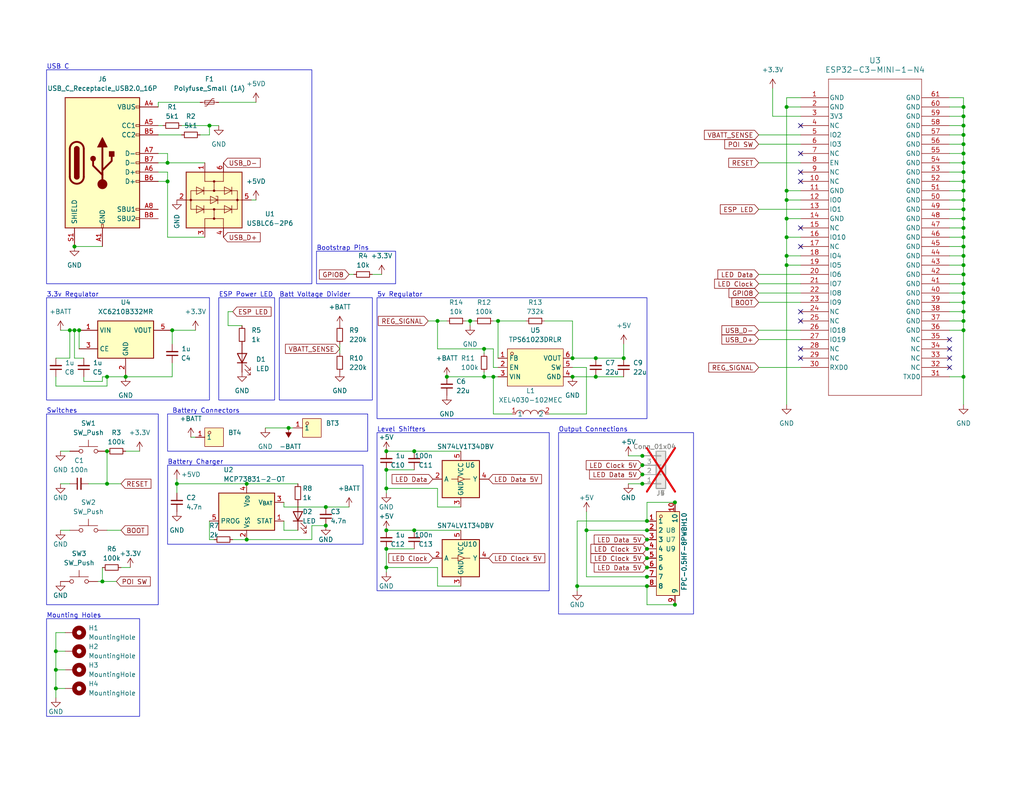
<source format=kicad_sch>
(kicad_sch (version 20230121) (generator eeschema)
  (paper "USLetter")
  (title_block (title "Open Pixel Poi") (company "NuRxG Industries"))
  (junction (at 262.89 49.53))
  (junction (at 214.63 29.21))
  (junction (at 262.89 67.31))
  (junction (at 262.89 72.39))
  (junction (at 262.89 36.83))
  (junction (at 170.18 97.79))
  (junction (at 21.59 90.17))
  (junction (at 176.53 147.32))
  (junction (at 214.63 59.69))
  (junction (at 262.89 34.29))
  (junction (at 156.21 97.79))
  (junction (at 262.89 102.87))
  (junction (at 113.03 144.78))
  (junction (at 262.89 64.77))
  (junction (at 132.08 95.25))
  (junction (at 45.72 49.53))
  (junction (at 29.21 132.08))
  (junction (at 176.53 160.02))
  (junction (at 176.53 149.86))
  (junction (at 46.99 90.17))
  (junction (at 214.63 52.07))
  (junction (at 262.89 62.23))
  (junction (at 262.89 80.01))
  (junction (at 27.94 158.75))
  (junction (at 105.41 128.27))
  (junction (at 156.21 102.87))
  (junction (at 57.15 34.29))
  (junction (at 78.74 116.84))
  (junction (at 20.32 67.31))
  (junction (at 19.05 90.17))
  (junction (at 134.62 102.87))
  (junction (at 262.89 46.99))
  (junction (at 29.21 123.19))
  (junction (at 132.08 102.87))
  (junction (at 262.89 74.93))
  (junction (at 262.89 44.45))
  (junction (at 175.26 124.46))
  (junction (at 262.89 87.63))
  (junction (at 262.89 77.47))
  (junction (at 105.41 154.94))
  (junction (at 184.15 137.16))
  (junction (at 119.38 87.63))
  (junction (at 128.27 87.63))
  (junction (at 67.31 147.32))
  (junction (at 20.32 90.17))
  (junction (at 214.63 72.39))
  (junction (at 113.03 123.19))
  (junction (at 176.53 142.24))
  (junction (at 105.41 144.78))
  (junction (at 262.89 41.91))
  (junction (at 214.63 69.85))
  (junction (at 157.48 160.02))
  (junction (at 67.31 132.08))
  (junction (at 262.89 39.37))
  (junction (at 262.89 57.15))
  (junction (at 121.92 102.87))
  (junction (at 105.41 123.19))
  (junction (at 175.26 129.54))
  (junction (at 29.21 102.87))
  (junction (at 176.53 157.48))
  (junction (at 48.26 132.08))
  (junction (at 262.89 52.07))
  (junction (at 176.53 154.94))
  (junction (at 262.89 29.21))
  (junction (at 262.89 54.61))
  (junction (at 175.26 127))
  (junction (at 105.41 149.86))
  (junction (at 105.41 133.35))
  (junction (at 160.02 144.78))
  (junction (at 162.56 97.79))
  (junction (at 15.24 187.96))
  (junction (at 214.63 64.77))
  (junction (at 15.24 177.8))
  (junction (at 45.72 44.45))
  (junction (at 262.89 82.55))
  (junction (at 176.53 152.4))
  (junction (at 135.89 87.63))
  (junction (at 162.56 102.87))
  (junction (at 88.9 143.51))
  (junction (at 88.9 138.43))
  (junction (at 262.89 90.17))
  (junction (at 34.29 102.87))
  (junction (at 262.89 31.75))
  (junction (at 262.89 85.09))
  (junction (at 175.26 132.08))
  (junction (at 262.89 69.85))
  (junction (at 176.53 144.78))
  (junction (at 184.15 165.1))
  (junction (at 214.63 54.61))
  (junction (at 15.24 182.88))
  (junction (at 262.89 59.69))
  (no_connect (at 259.08 97.79))
  (no_connect (at 218.44 87.63))
  (no_connect (at 218.44 67.31))
  (no_connect (at 218.44 95.25))
  (no_connect (at 218.44 62.23))
  (no_connect (at 218.44 34.29))
  (no_connect (at 218.44 85.09))
  (no_connect (at 218.44 41.91))
  (no_connect (at 259.08 95.25))
  (no_connect (at 259.08 92.71))
  (no_connect (at 259.08 100.33))
  (no_connect (at 218.44 49.53))
  (no_connect (at 218.44 46.99))
  (no_connect (at 218.44 97.79))
  (wire (pts (xy 262.89 34.29) (xy 262.89 31.75)))
  (wire (pts (xy 17.78 182.88) (xy 15.24 182.88)))
  (wire (pts (xy 15.24 187.96) (xy 17.78 187.96)))
  (wire (pts (xy 58.42 147.32) (xy 57.15 147.32)))
  (wire (pts (xy 15.24 177.8) (xy 15.24 182.88)))
  (wire (pts (xy 132.08 102.87) (xy 134.62 102.87)))
  (wire (pts (xy 16.51 123.19) (xy 19.05 123.19)))
  (wire (pts (xy 259.08 82.55) (xy 262.89 82.55)))
  (wire (pts (xy 259.08 62.23) (xy 262.89 62.23)))
  (wire (pts (xy 262.89 29.21) (xy 262.89 26.67)))
  (wire (pts (xy 207.01 44.45) (xy 218.44 44.45)))
  (wire (pts (xy 184.15 165.1) (xy 176.53 165.1)))
  (wire (pts (xy 162.56 102.87) (xy 170.18 102.87)))
  (wire (pts (xy 27.94 67.31) (xy 20.32 67.31)))
  (wire (pts (xy 134.62 87.63) (xy 135.89 87.63)))
  (wire (pts (xy 259.08 57.15) (xy 262.89 57.15)))
  (wire (pts (xy 171.45 124.46) (xy 175.26 124.46)))
  (wire (pts (xy 259.08 87.63) (xy 262.89 87.63)))
  (wire (pts (xy 218.44 52.07) (xy 214.63 52.07)))
  (wire (pts (xy 259.08 46.99) (xy 262.89 46.99)))
  (wire (pts (xy 262.89 54.61) (xy 262.89 52.07)))
  (wire (pts (xy 134.62 102.87) (xy 134.62 113.03)))
  (wire (pts (xy 43.18 41.91) (xy 45.72 41.91)))
  (wire (pts (xy 262.89 44.45) (xy 262.89 41.91)))
  (wire (pts (xy 259.08 72.39) (xy 262.89 72.39)))
  (wire (pts (xy 59.69 34.29) (xy 57.15 34.29)))
  (wire (pts (xy 121.92 102.87) (xy 132.08 102.87)))
  (wire (pts (xy 207.01 77.47) (xy 218.44 77.47)))
  (wire (pts (xy 128.27 87.63) (xy 128.27 88.9)))
  (wire (pts (xy 96.52 74.93) (xy 95.25 74.93)))
  (wire (pts (xy 259.08 41.91) (xy 262.89 41.91)))
  (wire (pts (xy 259.08 52.07) (xy 262.89 52.07)))
  (wire (pts (xy 214.63 29.21) (xy 218.44 29.21)))
  (wire (pts (xy 45.72 44.45) (xy 45.72 41.91)))
  (wire (pts (xy 119.38 87.63) (xy 119.38 95.25)))
  (wire (pts (xy 88.9 138.43) (xy 95.25 138.43)))
  (wire (pts (xy 207.01 100.33) (xy 218.44 100.33)))
  (wire (pts (xy 262.89 62.23) (xy 262.89 59.69)))
  (wire (pts (xy 16.51 90.17) (xy 19.05 90.17)))
  (wire (pts (xy 72.39 116.84) (xy 78.74 116.84)))
  (wire (pts (xy 259.08 49.53) (xy 262.89 49.53)))
  (wire (pts (xy 148.59 87.63) (xy 156.21 87.63)))
  (wire (pts (xy 48.26 134.62) (xy 48.26 132.08)))
  (wire (pts (xy 214.63 69.85) (xy 214.63 64.77)))
  (wire (pts (xy 69.85 27.94) (xy 59.69 27.94)))
  (wire (pts (xy 132.08 102.87) (xy 132.08 101.6)))
  (wire (pts (xy 259.08 77.47) (xy 262.89 77.47)))
  (wire (pts (xy 262.89 74.93) (xy 262.89 72.39)))
  (wire (pts (xy 259.08 59.69) (xy 262.89 59.69)))
  (wire (pts (xy 214.63 54.61) (xy 214.63 52.07)))
  (wire (pts (xy 16.51 144.78) (xy 19.05 144.78)))
  (wire (pts (xy 77.47 138.43) (xy 88.9 138.43)))
  (wire (pts (xy 15.24 172.72) (xy 15.24 177.8)))
  (wire (pts (xy 207.01 57.15) (xy 218.44 57.15)))
  (wire (pts (xy 46.99 93.98) (xy 46.99 90.17)))
  (wire (pts (xy 77.47 138.43) (xy 77.47 137.16)))
  (wire (pts (xy 105.41 128.27) (xy 105.41 133.35)))
  (wire (pts (xy 149.86 113.03) (xy 160.02 113.03)))
  (wire (pts (xy 132.08 95.25) (xy 132.08 96.52)))
  (wire (pts (xy 57.15 36.83) (xy 54.61 36.83)))
  (wire (pts (xy 105.41 128.27) (xy 113.03 128.27)))
  (wire (pts (xy 259.08 90.17) (xy 262.89 90.17)))
  (wire (pts (xy 15.24 105.41) (xy 29.21 105.41)))
  (wire (pts (xy 259.08 31.75) (xy 262.89 31.75)))
  (wire (pts (xy 262.89 52.07) (xy 262.89 49.53)))
  (wire (pts (xy 24.13 132.08) (xy 29.21 132.08)))
  (wire (pts (xy 29.21 132.08) (xy 33.02 132.08)))
  (wire (pts (xy 160.02 144.78) (xy 176.53 144.78)))
  (wire (pts (xy 262.89 80.01) (xy 262.89 77.47)))
  (wire (pts (xy 43.18 29.21) (xy 43.18 27.94)))
  (wire (pts (xy 214.63 54.61) (xy 218.44 54.61)))
  (wire (pts (xy 262.89 77.47) (xy 262.89 74.93)))
  (wire (pts (xy 262.89 39.37) (xy 262.89 36.83)))
  (wire (pts (xy 105.41 154.94) (xy 119.38 154.94)))
  (wire (pts (xy 17.78 177.8) (xy 15.24 177.8)))
  (wire (pts (xy 259.08 67.31) (xy 262.89 67.31)))
  (wire (pts (xy 259.08 102.87) (xy 262.89 102.87)))
  (wire (pts (xy 105.41 149.86) (xy 105.41 154.94)))
  (wire (pts (xy 207.01 36.83) (xy 218.44 36.83)))
  (wire (pts (xy 262.89 26.67) (xy 259.08 26.67)))
  (wire (pts (xy 262.89 90.17) (xy 262.89 102.87)))
  (wire (pts (xy 160.02 113.03) (xy 160.02 100.33)))
  (wire (pts (xy 176.53 165.1) (xy 176.53 160.02)))
  (wire (pts (xy 259.08 85.09) (xy 262.89 85.09)))
  (wire (pts (xy 262.89 87.63) (xy 262.89 85.09)))
  (wire (pts (xy 53.34 90.17) (xy 46.99 90.17)))
  (wire (pts (xy 52.07 119.38) (xy 53.34 119.38)))
  (wire (pts (xy 262.89 85.09) (xy 262.89 82.55)))
  (wire (pts (xy 160.02 157.48) (xy 176.53 157.48)))
  (wire (pts (xy 176.53 160.02) (xy 157.48 160.02)))
  (wire (pts (xy 259.08 69.85) (xy 262.89 69.85)))
  (wire (pts (xy 57.15 34.29) (xy 57.15 36.83)))
  (wire (pts (xy 207.01 74.93) (xy 218.44 74.93)))
  (wire (pts (xy 81.28 144.78) (xy 77.47 144.78)))
  (wire (pts (xy 43.18 27.94) (xy 54.61 27.94)))
  (wire (pts (xy 128.27 87.63) (xy 129.54 87.63)))
  (wire (pts (xy 134.62 95.25) (xy 134.62 100.33)))
  (wire (pts (xy 162.56 97.79) (xy 170.18 97.79)))
  (wire (pts (xy 262.89 41.91) (xy 262.89 39.37)))
  (wire (pts (xy 262.89 46.99) (xy 262.89 44.45)))
  (wire (pts (xy 19.05 90.17) (xy 19.05 97.79)))
  (wire (pts (xy 105.41 149.86) (xy 113.03 149.86)))
  (wire (pts (xy 21.59 90.17) (xy 21.59 95.25)))
  (wire (pts (xy 156.21 87.63) (xy 156.21 97.79)))
  (wire (pts (xy 57.15 142.24) (xy 57.15 147.32)))
  (wire (pts (xy 262.89 64.77) (xy 262.89 62.23)))
  (wire (pts (xy 27.94 154.94) (xy 27.94 158.75)))
  (wire (pts (xy 27.94 158.75) (xy 31.75 158.75)))
  (wire (pts (xy 48.26 130.81) (xy 48.26 132.08)))
  (wire (pts (xy 17.78 172.72) (xy 15.24 172.72)))
  (wire (pts (xy 259.08 44.45) (xy 262.89 44.45)))
  (wire (pts (xy 62.23 85.09) (xy 63.5 85.09)))
  (wire (pts (xy 22.86 104.14) (xy 27.94 104.14)))
  (wire (pts (xy 92.71 93.98) (xy 92.71 96.52)))
  (wire (pts (xy 214.63 72.39) (xy 214.63 69.85)))
  (wire (pts (xy 15.24 182.88) (xy 15.24 187.96)))
  (wire (pts (xy 66.04 88.9) (xy 62.23 88.9)))
  (wire (pts (xy 214.63 69.85) (xy 218.44 69.85)))
  (wire (pts (xy 43.18 46.99) (xy 45.72 46.99)))
  (wire (pts (xy 125.73 138.43) (xy 119.38 138.43)))
  (wire (pts (xy 105.41 144.78) (xy 113.03 144.78)))
  (wire (pts (xy 43.18 44.45) (xy 45.72 44.45)))
  (wire (pts (xy 207.01 90.17) (xy 218.44 90.17)))
  (wire (pts (xy 214.63 64.77) (xy 214.63 59.69)))
  (wire (pts (xy 259.08 54.61) (xy 262.89 54.61)))
  (wire (pts (xy 63.5 147.32) (xy 67.31 147.32)))
  (wire (pts (xy 33.02 144.78) (xy 29.21 144.78)))
  (wire (pts (xy 134.62 100.33) (xy 135.89 100.33)))
  (wire (pts (xy 135.89 87.63) (xy 143.51 87.63)))
  (wire (pts (xy 119.38 138.43) (xy 119.38 133.35)))
  (wire (pts (xy 262.89 31.75) (xy 262.89 29.21)))
  (wire (pts (xy 43.18 34.29) (xy 44.45 34.29)))
  (wire (pts (xy 16.51 132.08) (xy 19.05 132.08)))
  (wire (pts (xy 156.21 97.79) (xy 162.56 97.79)))
  (wire (pts (xy 119.38 160.02) (xy 119.38 154.94)))
  (wire (pts (xy 259.08 64.77) (xy 262.89 64.77)))
  (wire (pts (xy 105.41 133.35) (xy 119.38 133.35)))
  (wire (pts (xy 214.63 52.07) (xy 214.63 29.21)))
  (wire (pts (xy 262.89 67.31) (xy 262.89 64.77)))
  (wire (pts (xy 134.62 102.87) (xy 135.89 102.87)))
  (wire (pts (xy 119.38 95.25) (xy 132.08 95.25)))
  (wire (pts (xy 207.01 82.55) (xy 218.44 82.55)))
  (wire (pts (xy 214.63 26.67) (xy 214.63 29.21)))
  (wire (pts (xy 113.03 144.78) (xy 125.73 144.78)))
  (wire (pts (xy 69.85 54.61) (xy 68.58 54.61)))
  (wire (pts (xy 85.09 143.51) (xy 88.9 143.51)))
  (wire (pts (xy 262.89 57.15) (xy 262.89 54.61)))
  (wire (pts (xy 78.74 116.84) (xy 80.01 116.84)))
  (wire (pts (xy 101.6 74.93) (xy 104.14 74.93)))
  (wire (pts (xy 259.08 39.37) (xy 262.89 39.37)))
  (wire (pts (xy 15.24 102.87) (xy 15.24 105.41)))
  (wire (pts (xy 262.89 82.55) (xy 262.89 80.01)))
  (wire (pts (xy 33.02 154.94) (xy 35.56 154.94)))
  (wire (pts (xy 214.63 72.39) (xy 218.44 72.39)))
  (wire (pts (xy 62.23 88.9) (xy 62.23 85.09)))
  (wire (pts (xy 29.21 123.19) (xy 29.21 132.08)))
  (wire (pts (xy 162.56 102.87) (xy 156.21 102.87)))
  (wire (pts (xy 67.31 132.08) (xy 81.28 132.08)))
  (wire (pts (xy 160.02 144.78) (xy 160.02 157.48)))
  (wire (pts (xy 259.08 80.01) (xy 262.89 80.01)))
  (wire (pts (xy 157.48 160.02) (xy 157.48 161.29)))
  (wire (pts (xy 19.05 90.17) (xy 20.32 90.17)))
  (wire (pts (xy 262.89 36.83) (xy 262.89 34.29)))
  (wire (pts (xy 105.41 123.19) (xy 113.03 123.19)))
  (wire (pts (xy 160.02 139.7) (xy 160.02 144.78)))
  (wire (pts (xy 43.18 36.83) (xy 49.53 36.83)))
  (wire (pts (xy 259.08 29.21) (xy 262.89 29.21)))
  (wire (pts (xy 26.67 158.75) (xy 27.94 158.75)))
  (wire (pts (xy 29.21 105.41) (xy 29.21 102.87)))
  (wire (pts (xy 20.32 90.17) (xy 21.59 90.17)))
  (wire (pts (xy 210.82 24.13) (xy 210.82 31.75)))
  (wire (pts (xy 85.09 147.32) (xy 85.09 143.51)))
  (wire (pts (xy 207.01 39.37) (xy 218.44 39.37)))
  (wire (pts (xy 45.72 49.53) (xy 45.72 64.77)))
  (wire (pts (xy 214.63 64.77) (xy 218.44 64.77)))
  (wire (pts (xy 119.38 87.63) (xy 121.92 87.63)))
  (wire (pts (xy 46.99 102.87) (xy 34.29 102.87)))
  (wire (pts (xy 262.89 72.39) (xy 262.89 69.85)))
  (wire (pts (xy 67.31 147.32) (xy 85.09 147.32)))
  (wire (pts (xy 15.24 190.5) (xy 15.24 187.96)))
  (wire (pts (xy 49.53 34.29) (xy 57.15 34.29)))
  (wire (pts (xy 218.44 26.67) (xy 214.63 26.67)))
  (wire (pts (xy 27.94 104.14) (xy 27.94 102.87)))
  (wire (pts (xy 184.15 137.16) (xy 176.53 137.16)))
  (wire (pts (xy 45.72 49.53) (xy 45.72 46.99)))
  (wire (pts (xy 46.99 99.06) (xy 46.99 102.87)))
  (wire (pts (xy 171.45 132.08) (xy 175.26 132.08)))
  (wire (pts (xy 207.01 80.01) (xy 218.44 80.01)))
  (wire (pts (xy 214.63 54.61) (xy 214.63 59.69)))
  (wire (pts (xy 105.41 154.94) (xy 105.41 156.21)))
  (wire (pts (xy 170.18 93.98) (xy 170.18 97.79)))
  (wire (pts (xy 160.02 100.33) (xy 156.21 100.33)))
  (wire (pts (xy 43.18 49.53) (xy 45.72 49.53)))
  (wire (pts (xy 45.72 64.77) (xy 55.88 64.77)))
  (wire (pts (xy 116.84 87.63) (xy 119.38 87.63)))
  (wire (pts (xy 214.63 72.39) (xy 214.63 110.49)))
  (wire (pts (xy 262.89 69.85) (xy 262.89 67.31)))
  (wire (pts (xy 259.08 36.83) (xy 262.89 36.83)))
  (wire (pts (xy 207.01 92.71) (xy 218.44 92.71)))
  (wire (pts (xy 210.82 31.75) (xy 218.44 31.75)))
  (wire (pts (xy 127 87.63) (xy 128.27 87.63)))
  (wire (pts (xy 125.73 160.02) (xy 119.38 160.02)))
  (wire (pts (xy 48.26 132.08) (xy 67.31 132.08)))
  (wire (pts (xy 262.89 49.53) (xy 262.89 46.99)))
  (wire (pts (xy 22.86 97.79) (xy 20.32 97.79)))
  (wire (pts (xy 77.47 142.24) (xy 77.47 144.78)))
  (wire (pts (xy 218.44 59.69) (xy 214.63 59.69)))
  (wire (pts (xy 27.94 102.87) (xy 29.21 102.87)))
  (wire (pts (xy 176.53 137.16) (xy 176.53 142.24)))
  (wire (pts (xy 259.08 34.29) (xy 262.89 34.29)))
  (wire (pts (xy 135.89 87.63) (xy 135.89 97.79)))
  (wire (pts (xy 262.89 59.69) (xy 262.89 57.15)))
  (wire (pts (xy 176.53 142.24) (xy 157.48 142.24)))
  (wire (pts (xy 157.48 142.24) (xy 157.48 160.02)))
  (wire (pts (xy 38.1 123.19) (xy 34.29 123.19)))
  (wire (pts (xy 105.41 133.35) (xy 105.41 134.62)))
  (wire (pts (xy 15.24 97.79) (xy 19.05 97.79)))
  (wire (pts (xy 139.7 113.03) (xy 134.62 113.03)))
  (wire (pts (xy 132.08 95.25) (xy 134.62 95.25)))
  (wire (pts (xy 259.08 74.93) (xy 262.89 74.93)))
  (wire (pts (xy 29.21 102.87) (xy 34.29 102.87)))
  (wire (pts (xy 113.03 123.19) (xy 125.73 123.19)))
  (wire (pts (xy 20.32 97.79) (xy 20.32 90.17)))
  (wire (pts (xy 262.89 102.87) (xy 262.89 110.49)))
  (wire (pts (xy 45.72 44.45) (xy 55.88 44.45)))
  (wire (pts (xy 22.86 102.87) (xy 22.86 104.14)))
  (wire (pts (xy 262.89 90.17) (xy 262.89 87.63)))
  (rectangle (start 45.72 113.03) (end 100.33 123.19))
  (rectangle (start 102.87 118.11) (end 149.86 161.29))
  (rectangle (start 102.87 81.28) (end 176.53 114.3))
  (rectangle (start 76.2 81.28) (end 101.6 109.22))
  (rectangle (start 12.7 19.05) (end 85.09 77.47))
  (rectangle (start 12.7 168.91) (end 38.1 195.58))
  (rectangle (start 12.7 113.03) (end 43.18 165.1))
  (rectangle (start 152.4 118.11) (end 189.23 167.64))
  (rectangle (start 86.36 68.58) (end 107.95 77.47))
  (rectangle (start 45.72 127) (end 99.06 148.59))
  (rectangle (start 59.69 81.28) (end 74.93 109.22))
  (rectangle (start 12.7 81.28) (end 57.15 109.22))
  (text "Battery Connectors" (at 46.99 113.03 0) (effects (font (size 1.27 1.27)) (justify left bottom)))
  (text "Output Connections" (at 152.4 118.11 0) (effects (font (size 1.27 1.27)) (justify left bottom)))
  (text "Batt Voltage Divider" (at 76.2 81.28 0) (effects (font (size 1.27 1.27)) (justify left bottom)))
  (text "Mounting Holes" (at 12.7 168.91 0) (effects (font (size 1.27 1.27)) (justify left bottom)))
  (text "Level Shifters" (at 102.87 118.11 0) (effects (font (size 1.27 1.27)) (justify left bottom)))
  (text "USB C" (at 12.7 19.05 0) (effects (font (size 1.27 1.27)) (justify left bottom)))
  (text "5v Regulator" (at 102.87 81.28 0) (effects (font (size 1.27 1.27)) (justify left bottom)))
  (text "3.3v Regulator" (at 12.7 81.28 0) (effects (font (size 1.27 1.27)) (justify left bottom)))
  (text "ESP Power LED" (at 59.69 81.28 0) (effects (font (size 1.27 1.27)) (justify left bottom)))
  (text "Bootstrap Pins" (at 86.36 68.58 0) (effects (font (size 1.27 1.27)) (justify left bottom)))
  (text "Switches" (at 12.7 113.03 0) (effects (font (size 1.27 1.27)) (justify left bottom)))
  (text "Battery Charger" (at 45.72 127 0) (effects (font (size 1.27 1.27)) (justify left bottom)))
  (global_label "LED Clock" (shape input) (at 118.11 152.4 180) (property "Intersheetrefs" "${INTERSHEET_REFS}" (effects hide)))
  (global_label "LED Clock" (shape input) (at 207.01 77.47 180) (property "Intersheetrefs" "${INTERSHEET_REFS}" (effects hide)))
  (global_label "BOOT" (shape input) (at 33.02 144.78 0) (property "Intersheetrefs" "${INTERSHEET_REFS}" (effects hide)))
  (global_label "LED Data 5V" (shape input) (at 176.53 154.94 180) (property "Intersheetrefs" "${INTERSHEET_REFS}" (effects hide)))
  (global_label "LED Data 5V" (shape input) (at 133.35 130.81 0) (property "Intersheetrefs" "${INTERSHEET_REFS}" (effects hide)))
  (global_label "ESP LED" (shape input) (at 207.01 57.15 180) (property "Intersheetrefs" "${INTERSHEET_REFS}" (effects hide)))
  (global_label "GPIO8" (shape input) (at 207.01 80.01 180) (property "Intersheetrefs" "${INTERSHEET_REFS}" (effects hide)))
  (global_label "RESET" (shape input) (at 33.02 132.08 0) (property "Intersheetrefs" "${INTERSHEET_REFS}" (effects hide)))
  (global_label "USB_D-" (shape input) (at 60.96 44.45 0) (property "Intersheetrefs" "${INTERSHEET_REFS}" (effects hide)))
  (global_label "LED Data 5V" (shape input) (at 176.53 147.32 180) (property "Intersheetrefs" "${INTERSHEET_REFS}" (effects hide)))
  (global_label "LED Data 5V" (shape input) (at 175.26 129.54 180) (property "Intersheetrefs" "${INTERSHEET_REFS}" (effects hide)))
  (global_label "ESP LED" (shape input) (at 63.5 85.09 0) (property "Intersheetrefs" "${INTERSHEET_REFS}" (effects hide)))
  (global_label "VBATT_SENSE" (shape input) (at 207.01 36.83 180) (property "Intersheetrefs" "${INTERSHEET_REFS}" (effects hide)))
  (global_label "GPIO8" (shape input) (at 95.25 74.93 180) (property "Intersheetrefs" "${INTERSHEET_REFS}" (effects hide)))
  (global_label "USB_D+" (shape input) (at 207.01 92.71 180) (property "Intersheetrefs" "${INTERSHEET_REFS}" (effects hide)))
  (global_label "LED Clock 5V" (shape input) (at 176.53 149.86 180) (property "Intersheetrefs" "${INTERSHEET_REFS}" (effects hide)))
  (global_label "BOOT" (shape input) (at 207.01 82.55 180) (property "Intersheetrefs" "${INTERSHEET_REFS}" (effects hide)))
  (global_label "RESET" (shape input) (at 207.01 44.45 180) (property "Intersheetrefs" "${INTERSHEET_REFS}" (effects hide)))
  (global_label "REG_SIGNAL" (shape input) (at 116.84 87.63 180) (property "Intersheetrefs" "${INTERSHEET_REFS}" (effects hide)))
  (global_label "LED Data" (shape input) (at 207.01 74.93 180) (property "Intersheetrefs" "${INTERSHEET_REFS}" (effects hide)))
  (global_label "REG_SIGNAL" (shape input) (at 207.01 100.33 180) (property "Intersheetrefs" "${INTERSHEET_REFS}" (effects hide)))
  (global_label "LED Clock 5V" (shape input) (at 175.26 127 180) (property "Intersheetrefs" "${INTERSHEET_REFS}" (effects hide)))
  (global_label "LED Data" (shape input) (at 118.11 130.81 180) (property "Intersheetrefs" "${INTERSHEET_REFS}" (effects hide)))
  (global_label "POI SW" (shape input) (at 31.75 158.75 0) (property "Intersheetrefs" "${INTERSHEET_REFS}" (effects hide)))
  (global_label "LED Clock 5V" (shape input) (at 176.53 152.4 180) (property "Intersheetrefs" "${INTERSHEET_REFS}" (effects hide)))
  (global_label "VBATT_SENSE" (shape input) (at 92.71 95.25 180) (property "Intersheetrefs" "${INTERSHEET_REFS}" (effects hide)))
  (global_label "POI SW" (shape input) (at 207.01 39.37 180) (property "Intersheetrefs" "${INTERSHEET_REFS}" (effects hide)))
  (global_label "USB_D+" (shape input) (at 60.96 64.77 0) (property "Intersheetrefs" "${INTERSHEET_REFS}" (effects hide)))
  (global_label "LED Clock 5V" (shape input) (at 133.35 152.4 0) (property "Intersheetrefs" "${INTERSHEET_REFS}" (effects hide)))
  (global_label "USB_D-" (shape input) (at 207.01 90.17 180) (property "Intersheetrefs" "${INTERSHEET_REFS}" (effects hide)))
  (symbol (lib_id "power:GND") (at 128.27 88.9 0) (unit 1)
    (property "Reference" "#PWR033" (effects hide))
    (property "Value" "GND" (at 128.27 93.98 0))
  )
  (symbol (lib_id "power:GND") (at 121.92 107.95 0) (unit 1)
    (property "Reference" "#PWR019" (effects hide))
    (property "Value" "GND" (at 121.92 113.03 0))
  )
  (symbol (lib_id "2024-07-29_21-44-56:ESP32-C3-MINI-1-N4") (at 218.44 26.67 0) (unit 1)
    (property "Reference" "U3" (at 238.76 16.51 0) (effects (font (size 1.524 1.524))))
    (property "Value" "ESP32-C3-MINI-1-N4" (at 238.76 19.05 0) (effects (font (size 1.524 1.524))))
    (property "Footprint" "footprints:ESP32-C3-MINI-1_EXP" (effects hide))
    (property "Datasheet" "ESP32-C3-MINI-1-N4" (effects hide))
    (property "LCSC" "C2934569" (effects hide))
  )
  (symbol (lib_id "Device:LED") (at 81.28 140.97 90) (unit 1)
    (property "Reference" "D2" (at 82.55 139.7 90) (effects (justify right)))
    (property "Value" "LED" (at 82.55 142.24 90) (effects (justify right)))
    (property "Footprint" "LED_SMD:LED_0603_1608Metric" (effects hide))
    (property "LCSC" "C965807" (effects hide))
  )
  (symbol (lib_id "power:GND") (at 48.26 139.7 0) (unit 1)
    (property "Reference" "#PWR025" (effects hide))
    (property "Value" "GND" (at 48.26 144.78 0))
  )
  (symbol (lib_id "Device:LED") (at 66.04 97.79 90) (unit 1)
    (property "Reference" "D1" (at 69.85 98.1075 90) (effects (justify right)))
    (property "Value" "LED" (at 69.85 100.6475 90) (effects (justify right)))
    (property "Footprint" "LED_SMD:LED_0603_1608Metric" (effects hide))
    (property "LCSC" "C965807" (effects hide))
  )
  (symbol (lib_id "Mechanical:MountingHole_Pad") (at 20.32 177.8 270) (unit 1) (in_bom no)
    (property "Reference" "H2" (at 24.13 176.53 90) (effects (justify left)))
    (property "Value" "MountingHole" (at 24.13 179.07 90) (effects (justify left)))
    (property "Footprint" "MountingHole:MountingHole_3.2mm_M3_Pad" (effects hide))
  )
  (symbol (lib_id "Connector_Generic:Conn_01x04") (at 180.34 129.54 0) (mirror x) (unit 1) (in_bom no) (dnp yes)
    (property "Reference" "J7" (at 179.07 134.62 0) (effects (justify left)))
    (property "Value" "Conn_01x04" (at 172.72 121.92 0) (effects (justify left)))
    (property "Footprint" "Connector_PinHeader_2.00mm:PinHeader_1x04_P2.00mm_Vertical" (effects hide))
  )
  (symbol (lib_id "Device:R_Small") (at 92.71 99.06 180) (unit 1)
    (property "Reference" "R10" (at 95.25 97.79 0) (effects (justify right)))
    (property "Value" "220k" (at 95.25 100.33 0) (effects (justify right)))
    (property "Footprint" "Resistor_SMD:R_0603_1608Metric" (effects hide))
    (property "LCSC" "C22961" (effects hide))
  )
  (symbol (lib_id "Device:C_Small") (at 105.41 125.73 180) (unit 1)
    (property "Reference" "C10" (at 110.49 127 0) (effects (justify left)))
    (property "Value" "1u" (at 110.49 124.46 0) (effects (justify left)))
    (property "Footprint" "Capacitor_SMD:C_0805_2012Metric" (effects hide))
    (property "LCSC" "C28323" (effects hide))
  )
  (symbol (lib_id "Device:C_Small") (at 113.03 125.73 180) (unit 1)
    (property "Reference" "C11" (at 118.11 127 0) (effects (justify left)))
    (property "Value" "100n" (at 118.11 124.46 0) (effects (justify left)))
    (property "Footprint" "Capacitor_SMD:C_0805_2012Metric" (effects hide))
    (property "LCSC" "C83055" (effects hide))
  )
  (symbol (lib_id "power:+BATT") (at 52.07 119.38 0) (unit 1)
    (property "Reference" "#PWR015" (effects hide))
    (property "Value" "+BATT" (at 52.07 114.3 0))
  )
  (symbol (lib_id "power:+5VD") (at 69.85 54.61 0) (unit 1)
    (property "Reference" "#PWR07" (effects hide))
    (property "Value" "+5VD" (at 69.85 49.53 0))
  )
  (symbol (lib_id "power:GND") (at 16.51 158.75 0) (unit 1)
    (property "Reference" "#PWR051" (effects hide))
    (property "Value" "GND" (at 16.51 162.56 0))
  )
  (symbol (lib_id "power:+5VD") (at 69.85 27.94 0) (unit 1)
    (property "Reference" "#PWR06" (effects hide))
    (property "Value" "+5VD" (at 69.85 22.86 0))
  )
  (symbol (lib_id "easyeda2kicad:XEL4030-102MEC") (at 144.78 113.03 0) (unit 1)
    (property "Reference" "L1" (at 144.78 106.68 0))
    (property "Value" "XEL4030-102MEC" (at 144.78 109.22 0))
    (property "Footprint" "easyeda2kicad:IND-SMD_L4.0-W4.0-A" (effects hide))
    (property "Datasheet" "Backup part # C19188671" (effects hide))
    (property "LCSC Part" "C5441341" (effects hide))
    (property "LCSC" "C5441341" (effects hide))
  )
  (symbol (lib_id "Device:R_Small") (at 46.99 34.29 90) (unit 1)
    (property "Reference" "R1" (at 46.99 29.21 90))
    (property "Value" "5k1" (at 46.99 31.75 90))
    (property "Footprint" "Resistor_SMD:R_0603_1608Metric" (effects hide))
    (property "LCSC" "C14677" (effects hide))
  )
  (symbol (lib_id "Device:R_Small") (at 60.96 147.32 90) (unit 1)
    (property "Reference" "R7" (at 58.42 143.51 90))
    (property "Value" "2k" (at 58.42 146.05 90))
    (property "Footprint" "Resistor_SMD:R_0603_1608Metric" (effects hide))
    (property "LCSC" "C22975" (effects hide))
  )
  (symbol (lib_id "Device:C_Small") (at 105.41 147.32 180) (unit 1)
    (property "Reference" "C12" (at 110.49 148.59 0) (effects (justify left)))
    (property "Value" "1u" (at 110.49 146.05 0) (effects (justify left)))
    (property "Footprint" "Capacitor_SMD:C_0805_2012Metric" (effects hide))
    (property "LCSC" "C28323" (effects hide))
  )
  (symbol (lib_id "power:+BATT") (at 92.71 88.9 0) (unit 1)
    (property "Reference" "#PWR016" (effects hide))
    (property "Value" "+BATT" (at 92.71 83.82 0))
  )
  (symbol (lib_id "power:GND") (at 16.51 132.08 0) (unit 1)
    (property "Reference" "#PWR048" (effects hide))
    (property "Value" "GND" (at 16.51 135.89 0))
  )
  (symbol (lib_id "power:GND") (at 92.71 101.6 0) (unit 1)
    (property "Reference" "#PWR017" (effects hide))
    (property "Value" "GND" (at 92.71 106.68 0))
  )
  (symbol (lib_id "Device:R_Small") (at 52.07 36.83 90) (unit 1)
    (property "Reference" "R2" (at 52.07 31.75 90))
    (property "Value" "5k1" (at 52.07 34.29 90))
    (property "Footprint" "Resistor_SMD:R_0603_1608Metric" (effects hide))
    (property "LCSC" "C14677" (effects hide))
  )
  (symbol (lib_id "Device:C_Small") (at 170.18 100.33 180) (unit 1)
    (property "Reference" "C9" (at 172.72 99.06 0) (effects (justify right)))
    (property "Value" "22u" (at 172.72 101.6 0) (effects (justify right)))
    (property "Footprint" "Capacitor_SMD:C_0805_2012Metric" (effects hide))
    (property "LCSC" "C45783" (effects hide))
  )
  (symbol (lib_id "easyeda2kicad:FPC-0.5HF-8PWBH10") (at 180.34 151.13 0) (unit 1)
    (property "Reference" "U8" (at 181.61 144.78 0) (effects (justify left)))
    (property "Value" "FPC-0.5HF-8PWBH10" (at 186.69 161.29 90) (effects (justify left)))
    (property "Footprint" "easyeda2kicad:FPC-SMD_8P-P0.50_XUNPU_FPC-0.5HF-8PWBH10" (effects hide))
    (property "Datasheet" "Backup part # C5213749" (effects hide))
    (property "LCSC Part" "C5343275" (effects hide))
    (property "LCSC" "C5343275" (effects hide))
  )
  (symbol (lib_id "Mechanical:MountingHole_Pad") (at 20.32 187.96 270) (unit 1) (in_bom no)
    (property "Reference" "H4" (at 24.13 186.69 90) (effects (justify left)))
    (property "Value" "MountingHole" (at 24.13 189.23 90) (effects (justify left)))
    (property "Footprint" "MountingHole:MountingHole_3.2mm_M3_Pad" (effects hide))
  )
  (symbol (lib_id "power:GND") (at 262.89 110.49 0) (unit 1)
    (property "Reference" "#PWR010" (effects hide))
    (property "Value" "GND" (at 262.89 115.57 0))
  )
  (symbol (lib_id "Mechanical:MountingHole_Pad") (at 20.32 172.72 270) (unit 1) (in_bom no)
    (property "Reference" "H1" (at 24.13 171.45 90) (effects (justify left)))
    (property "Value" "MountingHole" (at 24.13 173.99 90) (effects (justify left)))
    (property "Footprint" "MountingHole:MountingHole_3.2mm_M3_Pad" (effects hide))
  )
  (symbol (lib_id "Device:R_Small") (at 146.05 87.63 90) (unit 1)
    (property "Reference" "R13" (at 146.05 82.55 90))
    (property "Value" "732k" (at 146.05 85.09 90))
    (property "Footprint" "Resistor_SMD:R_0603_1608Metric" (effects hide))
    (property "LCSC" "C246003" (effects hide))
  )
  (symbol (lib_id "power:+5VD") (at 48.26 130.81 0) (unit 1)
    (property "Reference" "#PWR08" (effects hide))
    (property "Value" "+5VD" (at 52.07 129.54 0))
  )
  (symbol (lib_id "power:+BATT") (at 121.92 102.87 0) (unit 1)
    (property "Reference" "#PWR018" (effects hide))
    (property "Value" "+BATT" (at 121.92 97.79 0))
  )
  (symbol (lib_id "Device:R_Small") (at 66.04 91.44 180) (unit 1)
    (property "Reference" "R5" (at 68.58 90.17 0) (effects (justify right)))
    (property "Value" "1k" (at 68.58 92.71 0) (effects (justify right)))
    (property "Footprint" "Resistor_SMD:R_0603_1608Metric" (effects hide))
    (property "LCSC" "C22548" (effects hide))
  )
  (symbol (lib_id "power:-BATT") (at 78.74 116.84 180) (unit 1)
    (property "Reference" "#PWR023" (effects hide))
    (property "Value" "-BATT" (at 76.2 121.92 0) (effects (justify right)))
  )
  (symbol (lib_id "Device:C_Small") (at 113.03 147.32 180) (unit 1)
    (property "Reference" "C13" (at 118.11 148.59 0) (effects (justify left)))
    (property "Value" "100n" (at 118.11 146.05 0) (effects (justify left)))
    (property "Footprint" "Capacitor_SMD:C_0805_2012Metric" (effects hide))
    (property "LCSC" "C83055" (effects hide))
  )
  (symbol (lib_id "power:+5V") (at 170.18 93.98 0) (unit 1)
    (property "Reference" "#PWR032" (effects hide))
    (property "Value" "+5V" (at 170.18 88.9 0))
  )
  (symbol (lib_id "Device:C_Small") (at 121.92 105.41 180) (unit 1)
    (property "Reference" "C6" (at 124.46 104.14 0) (effects (justify right)))
    (property "Value" "22u" (at 124.46 106.68 0) (effects (justify right)))
    (property "Footprint" "Capacitor_SMD:C_0805_2012Metric" (effects hide))
    (property "LCSC" "C45783" (effects hide))
  )
  (symbol (lib_id "Switch:SW_Push") (at 24.13 144.78 0) (unit 1)
    (property "Reference" "SW2" (at 24.13 137.16 0))
    (property "Value" "SW_Push" (at 24.13 139.7 0))
    (property "Footprint" "Button_Switch_SMD:SW_SPST_B3U-1000P" (effects hide))
    (property "Datasheet" "Backup part # C19270949/C19270948 (OG: C231329)" (effects hide))
    (property "LCSC" "C19270949" (effects hide))
  )
  (symbol (lib_id "Device:R_Small") (at 30.48 154.94 90) (unit 1)
    (property "Reference" "R6" (at 30.48 149.86 90))
    (property "Value" "100k" (at 30.48 152.4 90))
    (property "Footprint" "Resistor_SMD:R_0603_1608Metric" (effects hide))
    (property "LCSC" "C14675" (effects hide))
  )
  (symbol (lib_id "power:GND") (at 214.63 110.49 0) (unit 1)
    (property "Reference" "#PWR03" (effects hide))
    (property "Value" "GND" (at 214.63 115.57 0))
  )
  (symbol (lib_id "Device:C_Small") (at 88.9 140.97 180) (unit 1)
    (property "Reference" "C3" (at 90.17 139.7 0) (effects (justify right)))
    (property "Value" "4.7n" (at 90.17 142.2336 0) (effects (justify right)))
    (property "Footprint" "Capacitor_SMD:C_0805_2012Metric" (effects hide))
    (property "LCSC" "C123621" (effects hide))
  )
  (symbol (lib_id "power:GND") (at 15.24 190.5 0) (unit 1)
    (property "Reference" "#PWR034" (effects hide))
    (property "Value" "GND" (at 15.24 194.31 0))
  )
  (symbol (lib_id "Connector_Generic:Conn_01x04") (at 180.34 129.54 0) (mirror x) (unit 1) (in_bom no) (dnp yes)
    (property "Reference" "J5" (at 179.07 134.62 0) (effects (justify left)))
    (property "Value" "Conn_01x04" (at 172.72 121.92 0) (effects (justify left)))
    (property "Footprint" "Connector_PinHeader_2.00mm:PinHeader_1x04_P2.00mm_Vertical" (effects hide))
  )
  (symbol (lib_id "Device:Polyfuse_Small") (at 57.15 27.94 90) (unit 1)
    (property "Reference" "F1" (at 57.15 21.59 90))
    (property "Value" "Polyfuse_Small (1A)" (at 57.15 24.13 90))
    (property "Footprint" "Fuse:Fuse_1206_3216Metric" (effects hide))
    (property "LCSC" "C720075" (effects hide))
  )
  (symbol (lib_id "Logic_LevelTranslator:SN74LV1T34DBV") (at 125.73 152.4 0) (unit 1)
    (property "Reference" "U10" (at 128.27 148.59 0))
    (property "Value" "SN74LV1T34DBV" (at 127 143.51 0))
    (property "Footprint" "Package_TO_SOT_SMD:SOT-23-5" (effects hide))
    (property "Datasheet" "https://www.ti.com/lit/ds/symlink/sn74lv1t34.pdf" (effects hide))
    (property "LCSC" "C100024" (effects hide))
  )
  (symbol (lib_id "power:+5V") (at 160.02 139.7 0) (unit 1)
    (property "Reference" "#PWR014" (effects hide))
    (property "Value" "+5V" (at 160.02 135.89 0))
  )
  (symbol (lib_id "power:GND") (at 88.9 143.51 0) (unit 1)
    (property "Reference" "#PWR026" (effects hide))
    (property "Value" "GND" (at 88.9 147.32 0))
  )
  (symbol (lib_id "Device:C_Small") (at 46.99 96.52 180) (unit 1)
    (property "Reference" "C4" (at 52.07 97.79 0) (effects (justify left)))
    (property "Value" "1u" (at 52.07 95.25 0) (effects (justify left)))
    (property "Footprint" "Capacitor_SMD:C_0805_2012Metric" (effects hide))
    (property "LCSC" "C28323" (effects hide))
  )
  (symbol (lib_id "power:GND") (at 105.41 156.21 0) (unit 1)
    (property "Reference" "#PWR035" (effects hide))
    (property "Value" "GND" (at 105.41 160.02 0))
  )
  (symbol (lib_id "power:GND") (at 66.04 101.6 0) (unit 1)
    (property "Reference" "#PWR022" (effects hide))
    (property "Value" "GND" (at 66.04 106.68 0))
  )
  (symbol (lib_id "Device:R_Small") (at 132.08 99.06 180) (unit 1)
    (property "Reference" "R11" (at 125.73 97.79 0) (effects (justify right)))
    (property "Value" "100k" (at 125.73 100.33 0) (effects (justify right)))
    (property "Footprint" "Resistor_SMD:R_0603_1608Metric" (effects hide))
    (property "LCSC" "C14675" (effects hide))
  )
  (symbol (lib_id "Battery_Management:MCP73831-2-OT") (at 67.31 139.7 0) (unit 1)
    (property "Reference" "U2" (at 60.96 128.27 0) (effects (justify left)))
    (property "Value" "MCP73831-2-OT" (at 60.96 130.81 0) (effects (justify left)))
    (property "Footprint" "Package_TO_SOT_SMD:SOT-23-5" (effects hide))
    (property "Datasheet" "http://ww1.microchip.com/downloads/en/DeviceDoc/20001984g.pdf" (effects hide))
    (property "LCSC" "C424093" (effects hide))
  )
  (symbol (lib_id "power:GND") (at 16.51 144.78 0) (unit 1)
    (property "Reference" "#PWR050" (effects hide))
    (property "Value" "GND" (at 16.51 148.59 0))
  )
  (symbol (lib_id "power:GND") (at 105.41 134.62 0) (unit 1)
    (property "Reference" "#PWR013" (effects hide))
    (property "Value" "GND" (at 105.41 138.43 0))
  )
  (symbol (lib_id "power:+3.3V") (at 210.82 24.13 0) (unit 1)
    (property "Reference" "#PWR09" (effects hide))
    (property "Value" "+3.3V" (at 210.82 19.05 0))
  )
  (symbol (lib_id "Device:C_Small") (at 48.26 137.16 180) (unit 1)
    (property "Reference" "C2" (at 50.8 135.8836 0) (effects (justify right)))
    (property "Value" "4.7n" (at 50.8 138.4236 0) (effects (justify right)))
    (property "Footprint" "Capacitor_SMD:C_0805_2012Metric" (effects hide))
    (property "LCSC" "C123621" (effects hide))
  )
  (symbol (lib_id "Device:C_Small") (at 21.59 132.08 90) (unit 1)
    (property "Reference" "C1" (at 21.5963 125.73 90))
    (property "Value" "100n" (at 21.5963 128.27 90))
    (property "Footprint" "Capacitor_SMD:C_0805_2012Metric" (effects hide))
    (property "LCSC" "C83055" (effects hide))
  )
  (symbol (lib_id "Device:R_Small") (at 92.71 91.44 180) (unit 1)
    (property "Reference" "R9" (at 95.25 90.17 0) (effects (justify right)))
    (property "Value" "220k" (at 95.25 92.71 0) (effects (justify right)))
    (property "Footprint" "Resistor_SMD:R_0603_1608Metric" (effects hide))
    (property "LCSC" "C22961" (effects hide))
  )
  (symbol (lib_id "Device:R_Small") (at 124.46 87.63 90) (unit 1)
    (property "Reference" "R14" (at 124.46 82.55 90))
    (property "Value" "10k" (at 124.46 85.09 90))
    (property "Footprint" "Resistor_SMD:R_0603_1608Metric" (effects hide))
    (property "LCSC" "C98220" (effects hide))
  )
  (symbol (lib_id "Device:R_Small") (at 31.75 123.19 90) (unit 1)
    (property "Reference" "R3" (at 31.75 118.11 90))
    (property "Value" "100k" (at 31.75 120.65 90))
    (property "Footprint" "Resistor_SMD:R_0603_1608Metric" (effects hide))
    (property "LCSC" "C14675" (effects hide))
  )
  (symbol (lib_id "Device:C_Small") (at 22.86 100.33 180) (unit 1)
    (property "Reference" "C5" (at 27.94 101.6 0) (effects (justify left)))
    (property "Value" "1u" (at 27.94 99.06 0) (effects (justify left)))
    (property "Footprint" "Capacitor_SMD:C_0805_2012Metric" (effects hide))
    (property "LCSC" "C28323" (effects hide))
  )
  (symbol (lib_id "power:+3.3V") (at 38.1 123.19 0) (unit 1)
    (property "Reference" "#PWR049" (effects hide))
    (property "Value" "+3.3V" (at 38.1 118.11 0))
  )
  (symbol (lib_id "power:+3.3V") (at 53.34 90.17 0) (unit 1)
    (property "Reference" "#PWR030" (effects hide))
    (property "Value" "+3.3V" (at 53.34 85.09 0))
  )
  (symbol (lib_id "power:GND") (at 34.29 102.87 0) (unit 1)
    (property "Reference" "#PWR031" (effects hide))
    (property "Value" "GND" (at 34.29 107.95 0))
  )
  (symbol (lib_id "easyeda2kicad:MY-ZJ-110") (at 83.82 116.84 0) (unit 1)
    (property "Reference" "BT3" (at 88.9 115.57 0) (effects (justify left)))
    (property "Value" "MY-ZJ-110" (effects hide))
    (property "Footprint" "easyeda2kicad:SMD_MY-ZJ-110" (effects hide))
    (property "LCSC Part" "C964859" (effects hide))
    (property "LCSC" "C964859" (effects hide))
  )
  (symbol (lib_id "power:GND") (at 59.69 34.29 0) (unit 1)
    (property "Reference" "#PWR04" (effects hide))
    (property "Value" "GND" (at 59.69 39.37 0))
  )
  (symbol (lib_id "Device:R_Small") (at 81.28 134.62 180) (unit 1)
    (property "Reference" "R8" (at 82.55 133.35 0) (effects (justify right)))
    (property "Value" "1k" (at 82.55 135.89 0) (effects (justify right)))
    (property "Footprint" "Resistor_SMD:R_0603_1608Metric" (effects hide))
    (property "LCSC" "C22548" (effects hide))
  )
  (symbol (lib_id "Device:C_Small") (at 162.56 100.33 180) (unit 1)
    (property "Reference" "C7" (at 165.1 99.06 0) (effects (justify right)))
    (property "Value" "22u" (at 165.1 101.6 0) (effects (justify right)))
    (property "Footprint" "Capacitor_SMD:C_0805_2012Metric" (effects hide))
    (property "LCSC" "C45783" (effects hide))
  )
  (symbol (lib_id "Device:R_Small") (at 99.06 74.93 90) (unit 1)
    (property "Reference" "R4" (at 99.06 69.85 90))
    (property "Value" "10k" (at 99.06 72.39 90))
    (property "Footprint" "Resistor_SMD:R_0603_1608Metric" (effects hide))
    (property "LCSC" "C98220" (effects hide))
  )
  (symbol (lib_id "power:GND") (at 48.26 54.61 0) (unit 1)
    (property "Reference" "#PWR05" (effects hide))
    (property "Value" "GND" (at 48.26 58.42 90) (effects (justify right)))
  )
  (symbol (lib_id "Logic_LevelTranslator:SN74LV1T34DBV") (at 125.73 130.81 0) (unit 1)
    (property "Reference" "U6" (at 128.27 127 0))
    (property "Value" "SN74LV1T34DBV" (at 127 121.92 0))
    (property "Footprint" "Package_TO_SOT_SMD:SOT-23-5" (effects hide))
    (property "Datasheet" "https://www.ti.com/lit/ds/symlink/sn74lv1t34.pdf" (effects hide))
    (property "LCSC" "C100024" (effects hide))
  )
  (symbol (lib_id "power:+3.3V") (at 104.14 74.93 0) (unit 1)
    (property "Reference" "#PWR038" (effects hide))
    (property "Value" "+3.3V" (at 104.14 69.85 0))
  )
  (symbol (lib_id "Switch:SW_Push") (at 21.59 158.75 0) (unit 1)
    (property "Reference" "SW3" (at 21.59 151.13 0))
    (property "Value" "SW_Push" (at 21.59 153.67 0))
    (property "Footprint" "Button_Switch_SMD:Panasonic_EVQPUL_EVQPUC" (effects hide))
    (property "LCSC" "C397351" (effects hide))
  )
  (symbol (lib_id "Power_Protection:USBLC6-2P6") (at 58.42 54.61 270) (unit 1)
    (property "Reference" "U1" (at 73.66 58.42 90))
    (property "Value" "USBLC6-2P6" (at 73.66 60.96 90))
    (property "Footprint" "Package_TO_SOT_SMD:SOT-666" (effects hide))
    (property "Datasheet" "https://www.st.com/resource/en/datasheet/usblc6-2.pdf" (effects hide))
    (property "LCSC" "C15999" (effects hide))
  )
  (symbol (lib_id "power:GND") (at 72.39 116.84 0) (unit 1)
    (property "Reference" "#PWR024" (effects hide))
    (property "Value" "GND" (at 72.39 121.92 0))
  )
  (symbol (lib_id "easyeda2kicad:FPC-0.5HF-8PWBH10") (at 180.34 151.13 0) (unit 1)
    (property "Reference" "U7" (at 181.61 147.32 0) (effects (justify left)))
    (property "Value" "FPC-0.5HF-8PWBH10" (at 186.69 161.29 90) (effects (justify left)))
    (property "Footprint" "easyeda2kicad:FPC-SMD_8P-P0.50_XUNPU_FPC-0.5HF-8PWBH10" (effects hide))
    (property "Datasheet" "Backup part # C5213749" (effects hide))
    (property "LCSC Part" "C5343275" (effects hide))
    (property "LCSC" "C5343275" (effects hide))
  )
  (symbol (lib_id "power:+BATT") (at 16.51 90.17 0) (unit 1)
    (property "Reference" "#PWR029" (effects hide))
    (property "Value" "+BATT" (at 16.51 85.09 0))
  )
  (symbol (lib_id "power:+5V") (at 105.41 144.78 0) (unit 1)
    (property "Reference" "#PWR036" (effects hide))
    (property "Value" "+5V" (at 105.41 140.97 0))
  )
  (symbol (lib_id "Switch:SW_Push") (at 24.13 123.19 0) (unit 1)
    (property "Reference" "SW1" (at 24.13 115.57 0))
    (property "Value" "SW_Push" (at 24.13 118.11 0))
    (property "Footprint" "Button_Switch_SMD:SW_SPST_B3U-1000P" (effects hide))
    (property "Datasheet" "Backup part # C19270949/C19270948 (OG: C231329)" (effects hide))
    (property "LCSC" "C19270949" (effects hide))
  )
  (symbol (lib_id "power:GND") (at 156.21 102.87 0) (unit 1)
    (property "Reference" "#PWR020" (effects hide))
    (property "Value" "GND" (at 156.21 107.95 0))
  )
  (symbol (lib_id "easyeda2kicad:MY-ZJ-110") (at 57.15 119.38 0) (unit 1)
    (property "Reference" "BT4" (at 62.23 118.11 0) (effects (justify left)))
    (property "Value" "MY-ZJ-110" (effects hide))
    (property "Footprint" "easyeda2kicad:SMD_MY-ZJ-110" (effects hide))
    (property "LCSC Part" "C964859" (effects hide))
    (property "LCSC" "C964859" (effects hide))
  )
  (symbol (lib_id "Connector_Generic:Conn_01x04") (at 180.34 129.54 0) (mirror x) (unit 1) (in_bom no) (dnp yes)
    (property "Reference" "J4" (at 179.07 134.62 0) (effects (justify left)))
    (property "Value" "Conn_01x04" (at 172.72 121.92 0) (effects (justify left)))
    (property "Footprint" "Connector_PinHeader_2.00mm:PinHeader_1x04_P2.00mm_Vertical" (effects hide))
  )
  (symbol (lib_id "Connector:USB_C_Receptacle_USB2.0_16P") (at 27.94 44.45 0) (unit 1)
    (property "Reference" "J6" (at 27.94 21.59 0))
    (property "Value" "USB_C_Receptacle_USB2.0_16P" (at 27.94 24.13 0))
    (property "Footprint" "Connector_USB:USB_C_Receptacle_HRO_TYPE-C-31-M-12" (effects hide))
    (property "Datasheet" "https://www.usb.org/sites/default/files/documents/usb_type-c.zip" (effects hide))
    (property "LCSC" "C2765186" (effects hide))
  )
  (symbol (lib_id "power:+5V") (at 105.41 123.19 0) (unit 1)
    (property "Reference" "#PWR012" (effects hide))
    (property "Value" "+5V" (at 105.41 119.38 0))
  )
  (symbol (lib_id "power:GND") (at 171.45 132.08 0) (unit 1)
    (property "Reference" "#PWR037" (effects hide))
    (property "Value" "GND" (at 171.45 135.89 0))
  )
  (symbol (lib_id "Device:C_Small") (at 15.24 100.33 180) (unit 1)
    (property "Reference" "C8" (at 20.32 101.6 0) (effects (justify left)))
    (property "Value" "1u" (at 20.32 99.06 0) (effects (justify left)))
    (property "Footprint" "Capacitor_SMD:C_0805_2012Metric" (effects hide))
    (property "LCSC" "C28323" (effects hide))
  )
  (symbol (lib_id "Device:R_Small") (at 132.08 87.63 90) (unit 1)
    (property "Reference" "R12" (at 132.08 82.55 90))
    (property "Value" "100k" (at 132.08 85.09 90))
    (property "Footprint" "Resistor_SMD:R_0603_1608Metric" (effects hide))
    (property "LCSC" "C14675" (effects hide))
  )
  (symbol (lib_id "Regulator_Linear:XC6210B332MR") (at 34.29 92.71 0) (unit 1)
    (property "Reference" "U4" (at 34.29 82.55 0))
    (property "Value" "XC6210B332MR" (at 34.29 85.09 0))
    (property "Footprint" "Package_TO_SOT_SMD:SOT-23-5" (effects hide))
    (property "Datasheet" "https://www.torexsemi.com/file/xc6210/XC6210.pdf" (effects hide))
    (property "LCSC" "C47719" (effects hide))
  )
  (symbol (lib_id "power:+5V") (at 171.45 124.46 0) (unit 1)
    (property "Reference" "#PWR011" (effects hide))
    (property "Value" "+5V" (at 171.45 120.65 0))
  )
  (symbol (lib_id "easyeda2kicad:FPC-0.5HF-8PWBH10") (at 180.34 151.13 0) (unit 1)
    (property "Reference" "U9" (at 181.61 149.86 0) (effects (justify left)))
    (property "Value" "FPC-0.5HF-8PWBH10" (at 186.69 161.29 90) (effects (justify left)))
    (property "Footprint" "easyeda2kicad:FPC-SMD_8P-P0.50_XUNPU_FPC-0.5HF-8PWBH10" (effects hide))
    (property "Datasheet" "Backup part # C5213749" (effects hide))
    (property "LCSC Part" "C5343275" (effects hide))
    (property "LCSC" "C5343275" (effects hide))
  )
  (symbol (lib_id "Mechanical:MountingHole_Pad") (at 20.32 182.88 270) (unit 1) (in_bom no)
    (property "Reference" "H3" (at 24.13 181.61 90) (effects (justify left)))
    (property "Value" "MountingHole" (at 24.13 184.15 90) (effects (justify left)))
    (property "Footprint" "MountingHole:MountingHole_3.2mm_M3_Pad" (effects hide))
  )
  (symbol (lib_id "power:GND") (at 20.32 67.31 0) (unit 1)
    (property "Reference" "#PWR01" (effects hide))
    (property "Value" "GND" (at 20.32 72.39 0))
  )
  (symbol (lib_id "power:GND") (at 16.51 123.19 0) (unit 1)
    (property "Reference" "#PWR02" (effects hide))
    (property "Value" "GND" (at 16.51 128.27 0))
  )
  (symbol (lib_id "power:+3.3V") (at 35.56 154.94 0) (unit 1)
    (property "Reference" "#PWR028" (effects hide))
    (property "Value" "+3.3V" (at 35.56 151.13 0))
  )
  (symbol (lib_id "power:+BATT") (at 95.25 138.43 0) (unit 1)
    (property "Reference" "#PWR027" (effects hide))
    (property "Value" "+BATT" (at 95.25 133.35 0))
  )
  (symbol (lib_id "power:GND") (at 157.48 161.29 0) (unit 1)
    (property "Reference" "#PWR021" (effects hide))
    (property "Value" "GND" (at 157.48 165.1 0))
  )
  (symbol (lib_id "easyeda2kicad:TPS61023DRLR") (at 146.05 100.33 0) (unit 1)
    (property "Reference" "U5" (at 146.05 90.17 0))
    (property "Value" "TPS61023DRLR" (at 146.05 92.71 0))
    (property "Footprint" "easyeda2kicad:SOT-563_L1.6-W1.2-P0.50-LS1.6-BR" (effects hide))
    (property "LCSC Part" "C919459" (effects hide))
    (property "LCSC" "C919459" (effects hide))
  )
)
</source>
